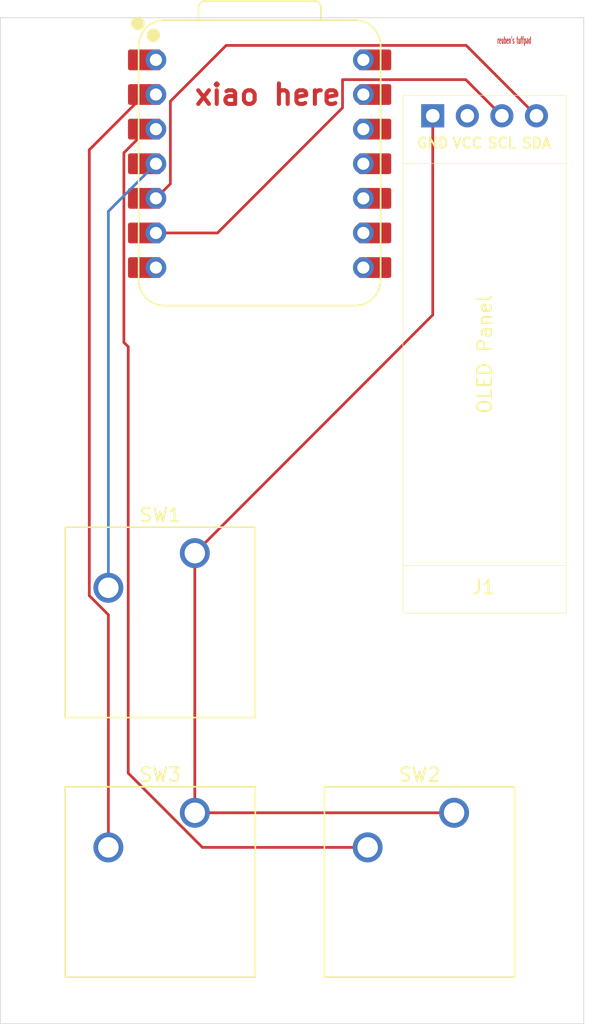
<source format=kicad_pcb>
(kicad_pcb (version 20241229) (generator "pcbnew") (generator_version "9.0")
  (layers (0 "F.Cu" signal) (2 "B.Cu" signal) (13 "F.Paste" user) (15 "B.Paste" user) (5 "F.SilkS" user "F.Silkscreen") (7 "B.SilkS" user "B.Silkscreen") (1 "F.Mask" user) (3 "B.Mask" user) (25 "Edge.Cuts" user))
  (net 0 "")
  (net 1 "GND")
  (net 3 "unconnected-(U1-GPIO2{slash}SCK-Pad9)")
  (net 4 "Net-(U1-GPIO29{slash}ADC3{slash}A3)")
  (net 5 "Net-(U1-GPIO28{slash}ADC2{slash}A2)")
  (net 6 "Net-(U1-GPIO27{slash}ADC1{slash}A1)")
  (net 10 "+3.3V")
  (net 11 "unconnected-(U1-GPIO26{slash}ADC0{slash}A0-Pad1)")
  (net 13 "unconnected-(U1-GPIO1{slash}RX-Pad8)")
  (net 15 "Net-(J1-Pin_3)")
  (net 16 "Net-(J1-Pin_4)")
  (footprint "Button_Switch_Keyboard:SW_Cherry_MX_1.00u_PCB" (layer "F.Cu") (at 150.01875 76.2)
    (property "Reference" "SW3" (at -2.54 -2.794 0) (layer "F.SilkS"))
    (property "Value" "SW_Push")
    (fp_line (start -9.525 -1.905) (end 4.445 -1.905) (stroke (width 0.12)) (layer "F.SilkS"))
    (fp_line (start -9.525 12.065) (end -9.525 -1.905) (stroke (width 0.12)) (layer "F.SilkS"))
    (fp_line (start 4.445 -1.905) (end 4.445 12.065) (stroke (width 0.12)) (layer "F.SilkS"))
    (fp_line (start 4.445 12.065) (end -9.525 12.065) (stroke (width 0.12)) (layer "F.SilkS"))
    (pad "" np_thru_hole circle (at -7.62 5.08) (size 1.7 1.7) (drill 1.7) (layers "*.Cu" "*.Mask"))
    (pad "" np_thru_hole circle (at -2.54 5.08) (size 4 4) (drill 4) (layers "*.Cu" "*.Mask"))
    (pad "" np_thru_hole circle (at 2.54 5.08) (size 1.7 1.7) (drill 1.7) (layers "*.Cu" "*.Mask"))
    (pad "1" thru_hole circle (at 0 0) (size 2.2 2.2) (drill 1.5) (layers "*.Cu" "*.Mask") (net 1 "GND"))
    (pad "2" thru_hole circle (at -6.35 2.54) (size 2.2 2.2) (drill 1.5) (layers "*.Cu" "*.Mask") (net 6 "Net-(U1-GPIO27{slash}ADC1{slash}A1)"))
  )
  (footprint "OLED:SSD1306-0.91-OLED-4pin-128x32" (layer "F.Cu") (at 165.311 61.557 90)
    (property "Reference" "J1" (at 1.9 5.91 0) (layer "F.SilkS"))
    (property "Value" "Conn_01x04")
    (fp_line (start 38 0) (end 0 0) (stroke (width 0.04)) (layer "F.SilkS"))
    (fp_line (start 33 0) (end 33 12) (stroke (width 0.04)) (layer "F.SilkS"))
    (fp_line (start 3.5 0) (end 3.5 12) (stroke (width 0.04)) (layer "F.SilkS"))
    (fp_line (start 0 0) (end 0 12) (stroke (width 0.04)) (layer "F.SilkS"))
    (fp_line (start 38 12) (end 38 0) (stroke (width 0.04)) (layer "F.SilkS"))
    (fp_line (start 0 12) (end 38 12) (stroke (width 0.04)) (layer "F.SilkS"))
    (fp_text user "SCL" (at 34.5 7.27 0) (layer "F.SilkS") (effects (font (size 0.75 0.75))))
    (fp_text user "GND" (at 34.5 2.19 0) (layer "F.SilkS") (effects (font (size 0.75 0.75))))
    (fp_text user "VCC" (at 34.5 4.73 0) (layer "F.SilkS") (effects (font (size 0.75 0.75))))
    (fp_text user "OLED Panel" (at 19 6 90) (layer "F.SilkS"))
    (fp_text user "SDA" (at 34.5 9.81 0) (layer "F.SilkS") (effects (font (size 0.75 0.75))))
    (pad "1" thru_hole rect (at 36.5 2.19 90) (size 1.7 1.7) (drill 1) (layers "*.Cu" "*.Mask") (net 1 "GND"))
    (pad "2" thru_hole oval (at 36.5 4.73 90) (size 1.7 1.7) (drill 1) (layers "*.Cu" "*.Mask") (net 10 "+3.3V"))
    (pad "3" thru_hole oval (at 36.5 7.27 90) (size 1.7 1.7) (drill 1) (layers "*.Cu" "*.Mask") (net 15 "Net-(J1-Pin_3)"))
    (pad "4" thru_hole oval (at 36.5 9.81 90) (size 1.7 1.7) (drill 1) (layers "*.Cu" "*.Mask") (net 16 "Net-(J1-Pin_4)"))
  )
  (footprint "Button_Switch_Keyboard:SW_Cherry_MX_1.00u_PCB" (layer "F.Cu") (at 169.06875 76.2)
    (property "Reference" "SW2" (at -2.54 -2.794 0) (layer "F.SilkS"))
    (property "Value" "SW_Push" (hide yes))
    (fp_line (start -9.525 -1.905) (end 4.445 -1.905) (stroke (width 0.12)) (layer "F.SilkS"))
    (fp_line (start -9.525 12.065) (end -9.525 -1.905) (stroke (width 0.12)) (layer "F.SilkS"))
    (fp_line (start 4.445 -1.905) (end 4.445 12.065) (stroke (width 0.12)) (layer "F.SilkS"))
    (fp_line (start 4.445 12.065) (end -9.525 12.065) (stroke (width 0.12)) (layer "F.SilkS"))
    (pad "" np_thru_hole circle (at -7.62 5.08) (size 1.7 1.7) (drill 1.7) (layers "*.Cu" "*.Mask"))
    (pad "" np_thru_hole circle (at -2.54 5.08) (size 4 4) (drill 4) (layers "*.Cu" "*.Mask"))
    (pad "" np_thru_hole circle (at 2.54 5.08) (size 1.7 1.7) (drill 1.7) (layers "*.Cu" "*.Mask"))
    (pad "1" thru_hole circle (at 0 0) (size 2.2 2.2) (drill 1.5) (layers "*.Cu" "*.Mask") (net 1 "GND"))
    (pad "2" thru_hole circle (at -6.35 2.54) (size 2.2 2.2) (drill 1.5) (layers "*.Cu" "*.Mask") (net 5 "Net-(U1-GPIO28{slash}ADC2{slash}A2)"))
  )
  (footprint "Button_Switch_Keyboard:SW_Cherry_MX_1.00u_PCB" (layer "F.Cu") (at 150.01875 57.15)
    (property "Reference" "SW1" (at -2.54 -2.794 0) (layer "F.SilkS"))
    (property "Value" "SW_Push")
    (fp_line (start -9.525 -1.905) (end 4.445 -1.905) (stroke (width 0.12)) (layer "F.SilkS"))
    (fp_line (start -9.525 12.065) (end -9.525 -1.905) (stroke (width 0.12)) (layer "F.SilkS"))
    (fp_line (start 4.445 -1.905) (end 4.445 12.065) (stroke (width 0.12)) (layer "F.SilkS"))
    (fp_line (start 4.445 12.065) (end -9.525 12.065) (stroke (width 0.12)) (layer "F.SilkS"))
    (pad "" np_thru_hole circle (at -7.62 5.08) (size 1.7 1.7) (drill 1.7) (layers "*.Cu" "*.Mask"))
    (pad "" np_thru_hole circle (at -2.54 5.08) (size 4 4) (drill 4) (layers "*.Cu" "*.Mask"))
    (pad "" np_thru_hole circle (at 2.54 5.08) (size 1.7 1.7) (drill 1.7) (layers "*.Cu" "*.Mask"))
    (pad "1" thru_hole circle (at 0 0) (size 2.2 2.2) (drill 1.5) (layers "*.Cu" "*.Mask") (net 1 "GND"))
    (pad "2" thru_hole circle (at -6.35 2.54) (size 2.2 2.2) (drill 1.5) (layers "*.Cu" "*.Mask") (net 4 "Net-(U1-GPIO29{slash}ADC3{slash}A3)"))
  )
  (footprint "Audio_Module:AAAAA" (layer "F.Cu") (at 154.78125 28.575)
    (property "Reference" "U1" (hide yes))
    (property "Value" "XIAO-RP2040-DIP")
    (fp_line (start -8.89 8.509) (end -8.89 -8.636) (stroke (width 0.127)) (layer "F.SilkS"))
    (fp_line (start -6.985 10.414) (end 6.985 10.414) (stroke (width 0.127)) (layer "F.SilkS"))
    (fp_line (start -4.495 -10.541) (end -4.491272 -11.451272) (stroke (width 0.127)) (layer "F.SilkS"))
    (fp_line (start -3.991272 -11.951) (end 4.004 -11.951) (stroke (width 0.127)) (layer "F.SilkS"))
    (fp_line (start 4.504 -11.451) (end 4.504 -10.541) (stroke (width 0.127)) (layer "F.SilkS"))
    (fp_line (start 6.985 -10.541) (end -6.985 -10.541) (stroke (width 0.1)) (layer "F.SilkS"))
    (fp_line (start 6.985 -10.541) (end -6.985 -10.541) (stroke (width 0.127)) (layer "F.SilkS"))
    (fp_line (start 8.89 8.509) (end 8.89 -8.636) (stroke (width 0.127)) (layer "F.SilkS"))
    (fp_arc (start -8.89 -8.636) (mid -8.332038 -9.983038) (end -6.985 -10.541) (stroke (width 0.127)) (layer "F.SilkS"))
    (fp_arc (start -6.985 10.414) (mid -8.332038 9.856038) (end -8.89 8.509) (stroke (width 0.127)) (layer "F.SilkS"))
    (fp_arc (start -4.491272 -11.451272) (mid -4.344728 -11.80464) (end -3.991272 -11.951) (stroke (width 0.127)) (layer "F.SilkS"))
    (fp_arc (start 4.004 -11.951) (mid 4.357553 -11.804553) (end 4.504 -11.451) (stroke (width 0.127)) (layer "F.SilkS"))
    (fp_arc (start 6.985 -10.541) (mid 8.332038 -9.983038) (end 8.89 -8.636) (stroke (width 0.127)) (layer "F.SilkS"))
    (fp_arc (start 8.89 8.509) (mid 8.332038 9.856038) (end 6.985 10.414) (stroke (width 0.127)) (layer "F.SilkS"))
    (fp_circle (center -8.95 -10.3) (end -8.95 -10.554) (stroke (width 0.5)) (fill yes) (layer "F.SilkS"))
    (fp_circle (center -7.807 -9.42) (end -7.807 -9.674) (stroke (width 0.5)) (fill yes) (layer "F.SilkS"))
    (pad "1" smd roundrect (at -8.455 -7.62 180) (size 2.432 1.524) (layers "F.Cu" "F.Mask") (roundrect_rratio 0.1) (net 11 "unconnected-(U1-GPIO26{slash}ADC0{slash}A0-Pad1)"))
    (pad "1" thru_hole circle (at -7.62 -7.62 180) (size 1.524 1.524) (drill 0.889) (layers "*.Cu" "*.Mask") (net 11 "unconnected-(U1-GPIO26{slash}ADC0{slash}A0-Pad1)"))
    (pad "2" smd roundrect (at -8.455 -5.08 180) (size 2.432 1.524) (layers "F.Cu" "F.Mask") (roundrect_rratio 0.1) (net 6 "Net-(U1-GPIO27{slash}ADC1{slash}A1)"))
    (pad "2" thru_hole circle (at -7.62 -5.08 180) (size 1.524 1.524) (drill 0.889) (layers "*.Cu" "*.Mask") (net 6 "Net-(U1-GPIO27{slash}ADC1{slash}A1)"))
    (pad "3" smd roundrect (at -8.455 -2.54 180) (size 2.432 1.524) (layers "F.Cu" "F.Mask") (roundrect_rratio 0.1) (net 5 "Net-(U1-GPIO28{slash}ADC2{slash}A2)"))
    (pad "3" thru_hole circle (at -7.62 -2.54 180) (size 1.524 1.524) (drill 0.889) (layers "*.Cu" "*.Mask") (net 5 "Net-(U1-GPIO28{slash}ADC2{slash}A2)"))
    (pad "4" smd roundrect (at -8.455 0 180) (size 2.432 1.524) (layers "F.Cu" "F.Mask") (roundrect_rratio 0.1) (net 4 "Net-(U1-GPIO29{slash}ADC3{slash}A3)"))
    (pad "4" thru_hole circle (at -7.62 0 180) (size 1.524 1.524) (drill 0.889) (layers "*.Cu" "*.Mask") (net 4 "Net-(U1-GPIO29{slash}ADC3{slash}A3)"))
    (pad "5" smd roundrect (at -8.455 2.54 180) (size 2.432 1.524) (layers "F.Cu" "F.Mask") (roundrect_rratio 0.1) (net 16 "Net-(J1-Pin_4)"))
    (pad "5" thru_hole circle (at -7.62 2.54 180) (size 1.524 1.524) (drill 0.889) (layers "*.Cu" "*.Mask") (net 16 "Net-(J1-Pin_4)"))
    (pad "6" smd roundrect (at -8.455 5.08 180) (size 2.432 1.524) (layers "F.Cu" "F.Mask") (roundrect_rratio 0.1) (net 15 "Net-(J1-Pin_3)"))
    (pad "6" thru_hole circle (at -7.62 5.08 180) (size 1.524 1.524) (drill 0.889) (layers "*.Cu" "*.Mask") (net 15 "Net-(J1-Pin_3)"))
    (pad "7" smd roundrect (at -8.455 7.62 180) (size 2.432 1.524) (layers "F.Cu" "F.Mask") (roundrect_rratio 0.1))
    (pad "7" thru_hole circle (at -7.62 7.62 180) (size 1.524 1.524) (drill 0.889) (layers "*.Cu" "*.Mask"))
    (pad "8" thru_hole circle (at 7.62 7.62) (size 1.524 1.524) (drill 0.889) (layers "*.Cu" "*.Mask") (net 13 "unconnected-(U1-GPIO1{slash}RX-Pad8)"))
    (pad "8" smd roundrect (at 8.455 7.62) (size 2.432 1.524) (layers "F.Cu" "F.Mask") (roundrect_rratio 0.1) (net 13 "unconnected-(U1-GPIO1{slash}RX-Pad8)"))
    (pad "9" thru_hole circle (at 7.62 5.08) (size 1.524 1.524) (drill 0.889) (layers "*.Cu" "*.Mask") (net 3 "unconnected-(U1-GPIO2{slash}SCK-Pad9)"))
    (pad "9" smd roundrect (at 8.455 5.08) (size 2.432 1.524) (layers "F.Cu" "F.Mask") (roundrect_rratio 0.1) (net 3 "unconnected-(U1-GPIO2{slash}SCK-Pad9)"))
    (pad "10" thru_hole circle (at 7.62 2.54) (size 1.524 1.524) (drill 0.889) (layers "*.Cu" "*.Mask"))
    (pad "10" smd roundrect (at 8.455 2.54) (size 2.432 1.524) (layers "F.Cu" "F.Mask") (roundrect_rratio 0.1))
    (pad "11" thru_hole circle (at 7.62 0) (size 1.524 1.524) (drill 0.889) (layers "*.Cu" "*.Mask"))
    (pad "11" smd roundrect (at 8.455 0) (size 2.432 1.524) (layers "F.Cu" "F.Mask") (roundrect_rratio 0.1))
    (pad "12" thru_hole circle (at 7.62 -2.54) (size 1.524 1.524) (drill 0.889) (layers "*.Cu" "*.Mask"))
    (pad "12" smd roundrect (at 8.455 -2.54) (size 2.432 1.524) (layers "F.Cu" "F.Mask") (roundrect_rratio 0.1))
    (pad "13" thru_hole circle (at 7.62 -5.08) (size 1.524 1.524) (drill 0.889) (layers "*.Cu" "*.Mask"))
    (pad "13" smd roundrect (at 8.455 -5.08) (size 2.432 1.524) (layers "F.Cu" "F.Mask") (roundrect_rratio 0.1))
    (pad "14" thru_hole circle (at 7.62 -7.62) (size 1.524 1.524) (drill 0.889) (layers "*.Cu" "*.Mask"))
    (pad "14" smd roundrect (at 8.455 -7.62) (size 2.432 1.524) (layers "F.Cu" "F.Mask") (roundrect_rratio 0.1))
  )
  (gr_rect (start 135.73125 17.859375) (end 178.59375 91.678125) (stroke (width 0.05)) (fill no) (layer "Edge.Cuts"))
  (gr_text "xiao here" (at 149.86 24.384 0) (layer "F.Cu") (effects (font (size 1.5 1.5) (thickness 0.3) (bold yes)) (justify left bottom)))
  (gr_text "reuben's tuffpad" (at 172.212 19.812 0) (layer "F.Cu") (effects (font (size 0.5 0.2) (thickness 0.05) (bold yes)) (justify left bottom)))
  (segment (start 150.01875 76.2) (end 169.06875 76.2) (width 0.2) (layer "F.Cu") (net 1))
  (segment (start 167.501 39.66775) (end 150.01875 57.15) (width 0.2) (layer "F.Cu") (net 1))
  (segment (start 167.501 25.057) (end 167.501 39.66775) (width 0.2) (layer "F.Cu") (net 1))
  (segment (start 150.01875 57.15) (end 150.01875 76.2) (width 0.2) (layer "F.Cu") (net 1))
  (segment (start 162.40125 33.655) (end 163.47888 33.655) (width 0.2) (layer "F.Cu") (net 3))
  (segment (start 163.014876 33.655) (end 162.40125 33.655) (width 0.2) (layer "F.Cu") (net 3))
  (segment (start 143.66875 32.0675) (end 147.16125 28.575) (width 0.2) (layer "B.Cu") (net 4))
  (segment (start 143.66875 59.69) (end 143.66875 32.0675) (width 0.2) (layer "B.Cu") (net 4))
  (segment (start 145.12775 73.290314) (end 150.577436 78.74) (width 0.2) (layer "F.Cu") (net 5))
  (segment (start 144.80925 27.773374) (end 144.80925 41.68525) (width 0.2) (layer "F.Cu") (net 5))
  (segment (start 147.16125 26.035) (end 146.547624 26.035) (width 0.2) (layer "F.Cu") (net 5))
  (segment (start 144.80925 41.68525) (end 145.12775 42.00375) (width 0.2) (layer "F.Cu") (net 5))
  (segment (start 146.547624 26.035) (end 144.80925 27.773374) (width 0.2) (layer "F.Cu") (net 5))
  (segment (start 145.12775 42.00375) (end 145.12775 73.290314) (width 0.2) (layer "F.Cu") (net 5))
  (segment (start 150.577436 78.74) (end 162.71875 78.74) (width 0.2) (layer "F.Cu") (net 5))
  (segment (start 146.32625 23.495) (end 147.16125 23.495) (width 0.2) (layer "F.Cu") (net 6))
  (segment (start 142.26775 27.5535) (end 146.32625 23.495) (width 0.2) (layer "F.Cu") (net 6))
  (segment (start 143.66875 61.671314) (end 142.26775 60.270314) (width 0.2) (layer "F.Cu") (net 6))
  (segment (start 142.26775 60.270314) (end 142.26775 27.5535) (width 0.2) (layer "F.Cu") (net 6))
  (segment (start 146.08362 23.495) (end 147.16125 23.495) (width 0.2) (layer "F.Cu") (net 6))
  (segment (start 143.66875 78.74) (end 143.66875 61.671314) (width 0.2) (layer "F.Cu") (net 6))
  (segment (start 147.16125 20.955) (end 146.08362 20.955) (width 0.2) (layer "F.Cu") (net 11))
  (segment (start 162.40125 36.195) (end 162.7625 36.55625) (width 0.2) (layer "F.Cu") (net 13))
  (segment (start 163.23625 36.195) (end 162.40125 36.195) (width 0.2) (layer "F.Cu") (net 13))
  (segment (start 163.47888 36.195) (end 162.40125 36.195) (width 0.2) (layer "F.Cu") (net 13))
  (segment (start 169.92915 22.40515) (end 160.873355 22.40515) (width 0.2) (layer "F.Cu") (net 15))
  (segment (start 151.685311 33.655) (end 147.16125 33.655) (width 0.2) (layer "F.Cu") (net 15))
  (segment (start 160.873355 24.466956) (end 151.685311 33.655) (width 0.2) (layer "F.Cu") (net 15))
  (segment (start 147.16125 33.655) (end 146.547624 33.655) (width 0.2) (layer "F.Cu") (net 15))
  (segment (start 172.581 25.057) (end 169.92915 22.40515) (width 0.2) (layer "F.Cu") (net 15))
  (segment (start 160.873355 22.40515) (end 160.873355 24.466956) (width 0.2) (layer "F.Cu") (net 15))
  (segment (start 175.121 25.057) (end 169.956 19.892) (width 0.2) (layer "F.Cu") (net 16))
  (segment (start 148.22425 30.052) (end 147.16125 31.115) (width 0.2) (layer "F.Cu") (net 16))
  (segment (start 152.326353 19.892) (end 148.22425 23.994103) (width 0.2) (layer "F.Cu") (net 16))
  (segment (start 169.956 19.892) (end 152.326353 19.892) (width 0.2) (layer "F.Cu") (net 16))
  (segment (start 146.547624 31.115) (end 147.16125 31.115) (width 0.2) (layer "F.Cu") (net 16))
  (segment (start 148.22425 23.994103) (end 148.22425 30.052) (width 0.2) (layer "F.Cu") (net 16))
)
</source>
